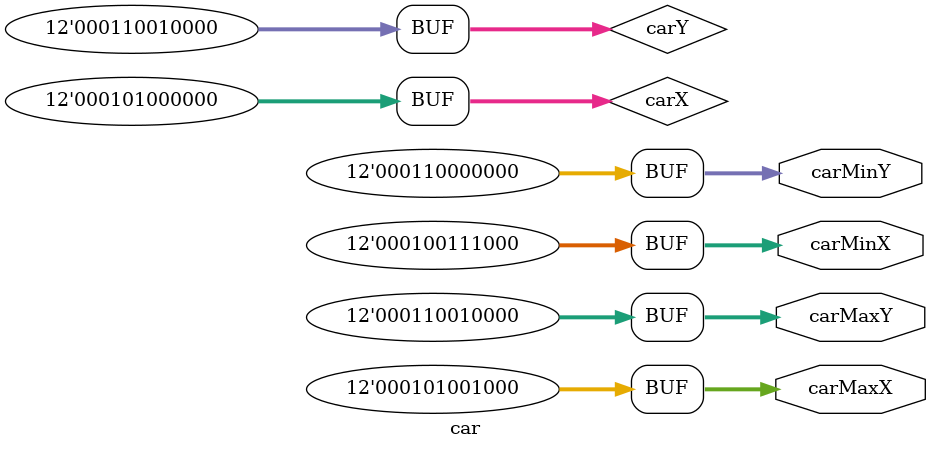
<source format=v>
`timescale 1ns / 1ps

//The reference point is the center of the bottom part of the segment!
module car(
    output[11:0] carMinX, carMaxX, carMinY, carMaxY
    //output[11:0] carX, carY
    );
    
    //wire [11:0] carMinX, carMaxX, carMinY, carMaxY;
    wire [11:0] carX, carY;
    assign carX = 10'd320;
    assign carY = 10'd400;
    assign carMinX = carX - 10'd8;
    assign carMaxX = carX + 10'd8;
    assign carMinY = carY - 10'd16;
    assign carMaxY = carY;
endmodule

</source>
